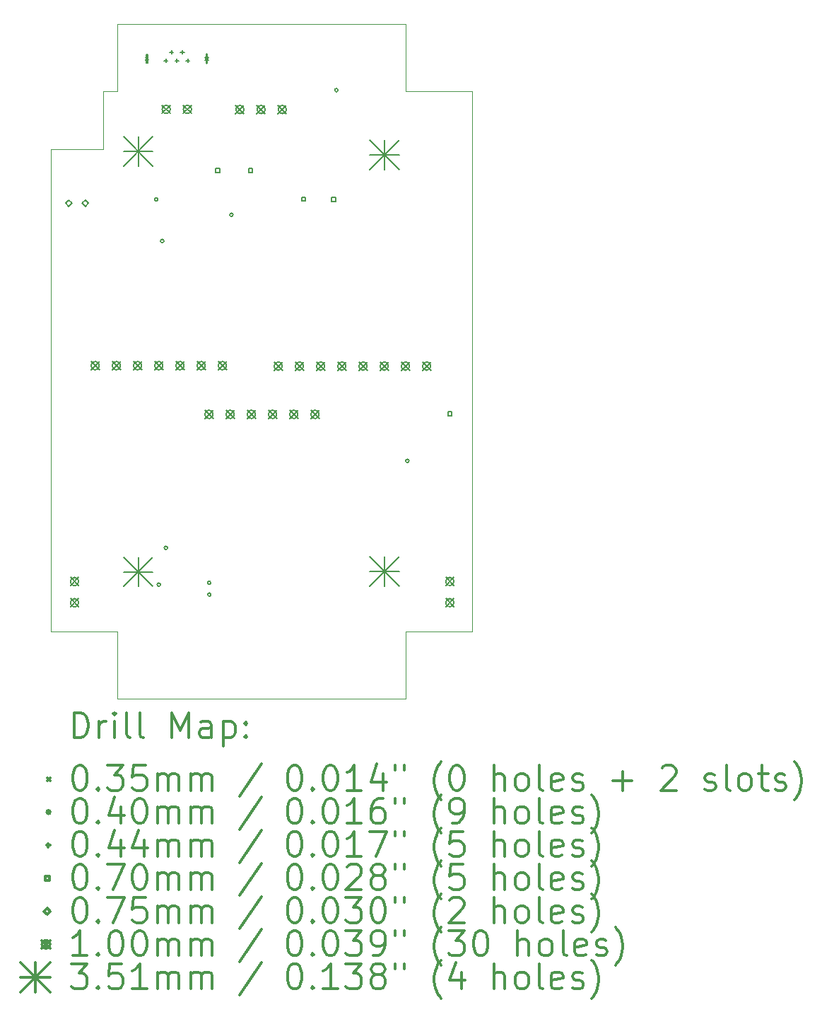
<source format=gbr>
%FSLAX45Y45*%
G04 Gerber Fmt 4.5, Leading zero omitted, Abs format (unit mm)*
G04 Created by KiCad (PCBNEW (5.1.9)-1) date 2021-05-12 18:31:02*
%MOMM*%
%LPD*%
G01*
G04 APERTURE LIST*
%TA.AperFunction,Profile*%
%ADD10C,0.100000*%
%TD*%
%ADD11C,0.200000*%
%ADD12C,0.300000*%
G04 APERTURE END LIST*
D10*
X12993000Y-5897000D02*
X12993000Y-6589000D01*
X12362000Y-6589000D02*
X12993000Y-6589000D01*
X12364000Y-12366000D02*
X12362000Y-6589000D01*
X13165000Y-12369000D02*
X12364000Y-12366000D01*
X13162000Y-13166000D02*
X13165000Y-12369000D01*
X16614000Y-13166000D02*
X13162000Y-13166000D01*
X16613000Y-12366000D02*
X16614000Y-13166000D01*
X17414000Y-12366000D02*
X16613000Y-12366000D01*
X17415000Y-5894000D02*
X17414000Y-12366000D01*
X16617000Y-5897000D02*
X17415000Y-5894000D01*
X16615000Y-5096000D02*
X16617000Y-5897000D01*
X13163000Y-5096000D02*
X16615000Y-5096000D01*
X13165000Y-5897000D02*
X13163000Y-5096000D01*
X12993000Y-5897000D02*
X13165000Y-5897000D01*
D11*
X13500000Y-5490500D02*
X13535000Y-5525500D01*
X13535000Y-5490500D02*
X13500000Y-5525500D01*
X13525000Y-5558000D02*
X13525000Y-5458000D01*
X13510000Y-5558000D02*
X13510000Y-5458000D01*
X13525000Y-5458000D02*
G75*
G03*
X13510000Y-5458000I-7500J0D01*
G01*
X13510000Y-5558000D02*
G75*
G03*
X13525000Y-5558000I7500J0D01*
G01*
X14215000Y-5490500D02*
X14250000Y-5525500D01*
X14250000Y-5490500D02*
X14215000Y-5525500D01*
X14240000Y-5558000D02*
X14240000Y-5458000D01*
X14225000Y-5558000D02*
X14225000Y-5458000D01*
X14240000Y-5458000D02*
G75*
G03*
X14225000Y-5458000I-7500J0D01*
G01*
X14225000Y-5558000D02*
G75*
G03*
X14240000Y-5558000I7500J0D01*
G01*
X13647100Y-7190740D02*
G75*
G03*
X13647100Y-7190740I-20000J0D01*
G01*
X13679000Y-11803000D02*
G75*
G03*
X13679000Y-11803000I-20000J0D01*
G01*
X13719455Y-7689885D02*
G75*
G03*
X13719455Y-7689885I-20000J0D01*
G01*
X13763000Y-11363000D02*
G75*
G03*
X13763000Y-11363000I-20000J0D01*
G01*
X14281132Y-11782948D02*
G75*
G03*
X14281132Y-11782948I-20000J0D01*
G01*
X14283750Y-11921750D02*
G75*
G03*
X14283750Y-11921750I-20000J0D01*
G01*
X14548800Y-7374890D02*
G75*
G03*
X14548800Y-7374890I-20000J0D01*
G01*
X15806100Y-5882640D02*
G75*
G03*
X15806100Y-5882640I-20000J0D01*
G01*
X16656000Y-10322000D02*
G75*
G03*
X16656000Y-10322000I-20000J0D01*
G01*
X13745000Y-5508000D02*
X13745000Y-5552000D01*
X13723000Y-5530000D02*
X13767000Y-5530000D01*
X13810000Y-5408000D02*
X13810000Y-5452000D01*
X13788000Y-5430000D02*
X13832000Y-5430000D01*
X13875000Y-5508000D02*
X13875000Y-5552000D01*
X13853000Y-5530000D02*
X13897000Y-5530000D01*
X13940000Y-5408000D02*
X13940000Y-5452000D01*
X13918000Y-5430000D02*
X13962000Y-5430000D01*
X14005000Y-5508000D02*
X14005000Y-5552000D01*
X13983000Y-5530000D02*
X14027000Y-5530000D01*
X14388449Y-6872589D02*
X14388449Y-6823091D01*
X14338951Y-6823091D01*
X14338951Y-6872589D01*
X14388449Y-6872589D01*
X14782149Y-6872589D02*
X14782149Y-6823091D01*
X14732651Y-6823091D01*
X14732651Y-6872589D01*
X14782149Y-6872589D01*
X15417949Y-7212189D02*
X15417949Y-7162691D01*
X15368451Y-7162691D01*
X15368451Y-7212189D01*
X15417949Y-7212189D01*
X15780949Y-7215189D02*
X15780949Y-7165691D01*
X15731451Y-7165691D01*
X15731451Y-7215189D01*
X15780949Y-7215189D01*
X17170749Y-9779349D02*
X17170749Y-9729851D01*
X17121251Y-9729851D01*
X17121251Y-9779349D01*
X17170749Y-9779349D01*
X12580000Y-7274500D02*
X12617500Y-7237000D01*
X12580000Y-7199500D01*
X12542500Y-7237000D01*
X12580000Y-7274500D01*
X12780000Y-7274500D02*
X12817500Y-7237000D01*
X12780000Y-7199500D01*
X12742500Y-7237000D01*
X12780000Y-7274500D01*
X12599000Y-11717000D02*
X12699000Y-11817000D01*
X12699000Y-11717000D02*
X12599000Y-11817000D01*
X12699000Y-11767000D02*
G75*
G03*
X12699000Y-11767000I-50000J0D01*
G01*
X12599000Y-11971000D02*
X12699000Y-12071000D01*
X12699000Y-11971000D02*
X12599000Y-12071000D01*
X12699000Y-12021000D02*
G75*
G03*
X12699000Y-12021000I-50000J0D01*
G01*
X12846850Y-9132100D02*
X12946850Y-9232100D01*
X12946850Y-9132100D02*
X12846850Y-9232100D01*
X12946850Y-9182100D02*
G75*
G03*
X12946850Y-9182100I-50000J0D01*
G01*
X13100850Y-9132100D02*
X13200850Y-9232100D01*
X13200850Y-9132100D02*
X13100850Y-9232100D01*
X13200850Y-9182100D02*
G75*
G03*
X13200850Y-9182100I-50000J0D01*
G01*
X13354850Y-9132100D02*
X13454850Y-9232100D01*
X13454850Y-9132100D02*
X13354850Y-9232100D01*
X13454850Y-9182100D02*
G75*
G03*
X13454850Y-9182100I-50000J0D01*
G01*
X13608850Y-9132100D02*
X13708850Y-9232100D01*
X13708850Y-9132100D02*
X13608850Y-9232100D01*
X13708850Y-9182100D02*
G75*
G03*
X13708850Y-9182100I-50000J0D01*
G01*
X13697000Y-6063000D02*
X13797000Y-6163000D01*
X13797000Y-6063000D02*
X13697000Y-6163000D01*
X13797000Y-6113000D02*
G75*
G03*
X13797000Y-6113000I-50000J0D01*
G01*
X13862850Y-9132100D02*
X13962850Y-9232100D01*
X13962850Y-9132100D02*
X13862850Y-9232100D01*
X13962850Y-9182100D02*
G75*
G03*
X13962850Y-9182100I-50000J0D01*
G01*
X13951000Y-6063000D02*
X14051000Y-6163000D01*
X14051000Y-6063000D02*
X13951000Y-6163000D01*
X14051000Y-6113000D02*
G75*
G03*
X14051000Y-6113000I-50000J0D01*
G01*
X14116850Y-9132100D02*
X14216850Y-9232100D01*
X14216850Y-9132100D02*
X14116850Y-9232100D01*
X14216850Y-9182100D02*
G75*
G03*
X14216850Y-9182100I-50000J0D01*
G01*
X14210000Y-9715000D02*
X14310000Y-9815000D01*
X14310000Y-9715000D02*
X14210000Y-9815000D01*
X14310000Y-9765000D02*
G75*
G03*
X14310000Y-9765000I-50000J0D01*
G01*
X14370850Y-9132100D02*
X14470850Y-9232100D01*
X14470850Y-9132100D02*
X14370850Y-9232100D01*
X14470850Y-9182100D02*
G75*
G03*
X14470850Y-9182100I-50000J0D01*
G01*
X14464000Y-9715000D02*
X14564000Y-9815000D01*
X14564000Y-9715000D02*
X14464000Y-9815000D01*
X14564000Y-9765000D02*
G75*
G03*
X14564000Y-9765000I-50000J0D01*
G01*
X14580000Y-6065000D02*
X14680000Y-6165000D01*
X14680000Y-6065000D02*
X14580000Y-6165000D01*
X14680000Y-6115000D02*
G75*
G03*
X14680000Y-6115000I-50000J0D01*
G01*
X14718000Y-9715000D02*
X14818000Y-9815000D01*
X14818000Y-9715000D02*
X14718000Y-9815000D01*
X14818000Y-9765000D02*
G75*
G03*
X14818000Y-9765000I-50000J0D01*
G01*
X14834000Y-6065000D02*
X14934000Y-6165000D01*
X14934000Y-6065000D02*
X14834000Y-6165000D01*
X14934000Y-6115000D02*
G75*
G03*
X14934000Y-6115000I-50000J0D01*
G01*
X14972000Y-9715000D02*
X15072000Y-9815000D01*
X15072000Y-9715000D02*
X14972000Y-9815000D01*
X15072000Y-9765000D02*
G75*
G03*
X15072000Y-9765000I-50000J0D01*
G01*
X15039000Y-9137000D02*
X15139000Y-9237000D01*
X15139000Y-9137000D02*
X15039000Y-9237000D01*
X15139000Y-9187000D02*
G75*
G03*
X15139000Y-9187000I-50000J0D01*
G01*
X15088000Y-6065000D02*
X15188000Y-6165000D01*
X15188000Y-6065000D02*
X15088000Y-6165000D01*
X15188000Y-6115000D02*
G75*
G03*
X15188000Y-6115000I-50000J0D01*
G01*
X15226000Y-9715000D02*
X15326000Y-9815000D01*
X15326000Y-9715000D02*
X15226000Y-9815000D01*
X15326000Y-9765000D02*
G75*
G03*
X15326000Y-9765000I-50000J0D01*
G01*
X15293000Y-9137000D02*
X15393000Y-9237000D01*
X15393000Y-9137000D02*
X15293000Y-9237000D01*
X15393000Y-9187000D02*
G75*
G03*
X15393000Y-9187000I-50000J0D01*
G01*
X15480000Y-9715000D02*
X15580000Y-9815000D01*
X15580000Y-9715000D02*
X15480000Y-9815000D01*
X15580000Y-9765000D02*
G75*
G03*
X15580000Y-9765000I-50000J0D01*
G01*
X15547000Y-9137000D02*
X15647000Y-9237000D01*
X15647000Y-9137000D02*
X15547000Y-9237000D01*
X15647000Y-9187000D02*
G75*
G03*
X15647000Y-9187000I-50000J0D01*
G01*
X15801000Y-9137000D02*
X15901000Y-9237000D01*
X15901000Y-9137000D02*
X15801000Y-9237000D01*
X15901000Y-9187000D02*
G75*
G03*
X15901000Y-9187000I-50000J0D01*
G01*
X16055000Y-9137000D02*
X16155000Y-9237000D01*
X16155000Y-9137000D02*
X16055000Y-9237000D01*
X16155000Y-9187000D02*
G75*
G03*
X16155000Y-9187000I-50000J0D01*
G01*
X16309000Y-9137000D02*
X16409000Y-9237000D01*
X16409000Y-9137000D02*
X16309000Y-9237000D01*
X16409000Y-9187000D02*
G75*
G03*
X16409000Y-9187000I-50000J0D01*
G01*
X16563000Y-9137000D02*
X16663000Y-9237000D01*
X16663000Y-9137000D02*
X16563000Y-9237000D01*
X16663000Y-9187000D02*
G75*
G03*
X16663000Y-9187000I-50000J0D01*
G01*
X16817000Y-9137000D02*
X16917000Y-9237000D01*
X16917000Y-9137000D02*
X16817000Y-9237000D01*
X16917000Y-9187000D02*
G75*
G03*
X16917000Y-9187000I-50000J0D01*
G01*
X17095000Y-11716550D02*
X17195000Y-11816550D01*
X17195000Y-11716550D02*
X17095000Y-11816550D01*
X17195000Y-11766550D02*
G75*
G03*
X17195000Y-11766550I-50000J0D01*
G01*
X17095000Y-11970550D02*
X17195000Y-12070550D01*
X17195000Y-11970550D02*
X17095000Y-12070550D01*
X17195000Y-12020550D02*
G75*
G03*
X17195000Y-12020550I-50000J0D01*
G01*
X13237500Y-6439500D02*
X13588500Y-6790500D01*
X13588500Y-6439500D02*
X13237500Y-6790500D01*
X13413000Y-6439500D02*
X13413000Y-6790500D01*
X13237500Y-6615000D02*
X13588500Y-6615000D01*
X13237500Y-11475500D02*
X13588500Y-11826500D01*
X13588500Y-11475500D02*
X13237500Y-11826500D01*
X13413000Y-11475500D02*
X13413000Y-11826500D01*
X13237500Y-11651000D02*
X13588500Y-11651000D01*
X16185500Y-11470500D02*
X16536500Y-11821500D01*
X16536500Y-11470500D02*
X16185500Y-11821500D01*
X16361000Y-11470500D02*
X16361000Y-11821500D01*
X16185500Y-11646000D02*
X16536500Y-11646000D01*
X16188500Y-6484300D02*
X16539500Y-6835300D01*
X16539500Y-6484300D02*
X16188500Y-6835300D01*
X16364000Y-6484300D02*
X16364000Y-6835300D01*
X16188500Y-6659800D02*
X16539500Y-6659800D01*
D12*
X12643428Y-13636714D02*
X12643428Y-13336714D01*
X12714857Y-13336714D01*
X12757714Y-13351000D01*
X12786286Y-13379571D01*
X12800571Y-13408143D01*
X12814857Y-13465286D01*
X12814857Y-13508143D01*
X12800571Y-13565286D01*
X12786286Y-13593857D01*
X12757714Y-13622429D01*
X12714857Y-13636714D01*
X12643428Y-13636714D01*
X12943428Y-13636714D02*
X12943428Y-13436714D01*
X12943428Y-13493857D02*
X12957714Y-13465286D01*
X12972000Y-13451000D01*
X13000571Y-13436714D01*
X13029143Y-13436714D01*
X13129143Y-13636714D02*
X13129143Y-13436714D01*
X13129143Y-13336714D02*
X13114857Y-13351000D01*
X13129143Y-13365286D01*
X13143428Y-13351000D01*
X13129143Y-13336714D01*
X13129143Y-13365286D01*
X13314857Y-13636714D02*
X13286286Y-13622429D01*
X13272000Y-13593857D01*
X13272000Y-13336714D01*
X13472000Y-13636714D02*
X13443428Y-13622429D01*
X13429143Y-13593857D01*
X13429143Y-13336714D01*
X13814857Y-13636714D02*
X13814857Y-13336714D01*
X13914857Y-13551000D01*
X14014857Y-13336714D01*
X14014857Y-13636714D01*
X14286286Y-13636714D02*
X14286286Y-13479571D01*
X14272000Y-13451000D01*
X14243428Y-13436714D01*
X14186286Y-13436714D01*
X14157714Y-13451000D01*
X14286286Y-13622429D02*
X14257714Y-13636714D01*
X14186286Y-13636714D01*
X14157714Y-13622429D01*
X14143428Y-13593857D01*
X14143428Y-13565286D01*
X14157714Y-13536714D01*
X14186286Y-13522429D01*
X14257714Y-13522429D01*
X14286286Y-13508143D01*
X14429143Y-13436714D02*
X14429143Y-13736714D01*
X14429143Y-13451000D02*
X14457714Y-13436714D01*
X14514857Y-13436714D01*
X14543428Y-13451000D01*
X14557714Y-13465286D01*
X14572000Y-13493857D01*
X14572000Y-13579571D01*
X14557714Y-13608143D01*
X14543428Y-13622429D01*
X14514857Y-13636714D01*
X14457714Y-13636714D01*
X14429143Y-13622429D01*
X14700571Y-13608143D02*
X14714857Y-13622429D01*
X14700571Y-13636714D01*
X14686286Y-13622429D01*
X14700571Y-13608143D01*
X14700571Y-13636714D01*
X14700571Y-13451000D02*
X14714857Y-13465286D01*
X14700571Y-13479571D01*
X14686286Y-13465286D01*
X14700571Y-13451000D01*
X14700571Y-13479571D01*
X12322000Y-14113500D02*
X12357000Y-14148500D01*
X12357000Y-14113500D02*
X12322000Y-14148500D01*
X12700571Y-13966714D02*
X12729143Y-13966714D01*
X12757714Y-13981000D01*
X12772000Y-13995286D01*
X12786286Y-14023857D01*
X12800571Y-14081000D01*
X12800571Y-14152429D01*
X12786286Y-14209571D01*
X12772000Y-14238143D01*
X12757714Y-14252429D01*
X12729143Y-14266714D01*
X12700571Y-14266714D01*
X12672000Y-14252429D01*
X12657714Y-14238143D01*
X12643428Y-14209571D01*
X12629143Y-14152429D01*
X12629143Y-14081000D01*
X12643428Y-14023857D01*
X12657714Y-13995286D01*
X12672000Y-13981000D01*
X12700571Y-13966714D01*
X12929143Y-14238143D02*
X12943428Y-14252429D01*
X12929143Y-14266714D01*
X12914857Y-14252429D01*
X12929143Y-14238143D01*
X12929143Y-14266714D01*
X13043428Y-13966714D02*
X13229143Y-13966714D01*
X13129143Y-14081000D01*
X13172000Y-14081000D01*
X13200571Y-14095286D01*
X13214857Y-14109571D01*
X13229143Y-14138143D01*
X13229143Y-14209571D01*
X13214857Y-14238143D01*
X13200571Y-14252429D01*
X13172000Y-14266714D01*
X13086286Y-14266714D01*
X13057714Y-14252429D01*
X13043428Y-14238143D01*
X13500571Y-13966714D02*
X13357714Y-13966714D01*
X13343428Y-14109571D01*
X13357714Y-14095286D01*
X13386286Y-14081000D01*
X13457714Y-14081000D01*
X13486286Y-14095286D01*
X13500571Y-14109571D01*
X13514857Y-14138143D01*
X13514857Y-14209571D01*
X13500571Y-14238143D01*
X13486286Y-14252429D01*
X13457714Y-14266714D01*
X13386286Y-14266714D01*
X13357714Y-14252429D01*
X13343428Y-14238143D01*
X13643428Y-14266714D02*
X13643428Y-14066714D01*
X13643428Y-14095286D02*
X13657714Y-14081000D01*
X13686286Y-14066714D01*
X13729143Y-14066714D01*
X13757714Y-14081000D01*
X13772000Y-14109571D01*
X13772000Y-14266714D01*
X13772000Y-14109571D02*
X13786286Y-14081000D01*
X13814857Y-14066714D01*
X13857714Y-14066714D01*
X13886286Y-14081000D01*
X13900571Y-14109571D01*
X13900571Y-14266714D01*
X14043428Y-14266714D02*
X14043428Y-14066714D01*
X14043428Y-14095286D02*
X14057714Y-14081000D01*
X14086286Y-14066714D01*
X14129143Y-14066714D01*
X14157714Y-14081000D01*
X14172000Y-14109571D01*
X14172000Y-14266714D01*
X14172000Y-14109571D02*
X14186286Y-14081000D01*
X14214857Y-14066714D01*
X14257714Y-14066714D01*
X14286286Y-14081000D01*
X14300571Y-14109571D01*
X14300571Y-14266714D01*
X14886286Y-13952429D02*
X14629143Y-14338143D01*
X15272000Y-13966714D02*
X15300571Y-13966714D01*
X15329143Y-13981000D01*
X15343428Y-13995286D01*
X15357714Y-14023857D01*
X15372000Y-14081000D01*
X15372000Y-14152429D01*
X15357714Y-14209571D01*
X15343428Y-14238143D01*
X15329143Y-14252429D01*
X15300571Y-14266714D01*
X15272000Y-14266714D01*
X15243428Y-14252429D01*
X15229143Y-14238143D01*
X15214857Y-14209571D01*
X15200571Y-14152429D01*
X15200571Y-14081000D01*
X15214857Y-14023857D01*
X15229143Y-13995286D01*
X15243428Y-13981000D01*
X15272000Y-13966714D01*
X15500571Y-14238143D02*
X15514857Y-14252429D01*
X15500571Y-14266714D01*
X15486286Y-14252429D01*
X15500571Y-14238143D01*
X15500571Y-14266714D01*
X15700571Y-13966714D02*
X15729143Y-13966714D01*
X15757714Y-13981000D01*
X15772000Y-13995286D01*
X15786286Y-14023857D01*
X15800571Y-14081000D01*
X15800571Y-14152429D01*
X15786286Y-14209571D01*
X15772000Y-14238143D01*
X15757714Y-14252429D01*
X15729143Y-14266714D01*
X15700571Y-14266714D01*
X15672000Y-14252429D01*
X15657714Y-14238143D01*
X15643428Y-14209571D01*
X15629143Y-14152429D01*
X15629143Y-14081000D01*
X15643428Y-14023857D01*
X15657714Y-13995286D01*
X15672000Y-13981000D01*
X15700571Y-13966714D01*
X16086286Y-14266714D02*
X15914857Y-14266714D01*
X16000571Y-14266714D02*
X16000571Y-13966714D01*
X15972000Y-14009571D01*
X15943428Y-14038143D01*
X15914857Y-14052429D01*
X16343428Y-14066714D02*
X16343428Y-14266714D01*
X16272000Y-13952429D02*
X16200571Y-14166714D01*
X16386286Y-14166714D01*
X16486286Y-13966714D02*
X16486286Y-14023857D01*
X16600571Y-13966714D02*
X16600571Y-14023857D01*
X17043428Y-14381000D02*
X17029143Y-14366714D01*
X17000571Y-14323857D01*
X16986286Y-14295286D01*
X16972000Y-14252429D01*
X16957714Y-14181000D01*
X16957714Y-14123857D01*
X16972000Y-14052429D01*
X16986286Y-14009571D01*
X17000571Y-13981000D01*
X17029143Y-13938143D01*
X17043428Y-13923857D01*
X17214857Y-13966714D02*
X17243428Y-13966714D01*
X17272000Y-13981000D01*
X17286286Y-13995286D01*
X17300571Y-14023857D01*
X17314857Y-14081000D01*
X17314857Y-14152429D01*
X17300571Y-14209571D01*
X17286286Y-14238143D01*
X17272000Y-14252429D01*
X17243428Y-14266714D01*
X17214857Y-14266714D01*
X17186286Y-14252429D01*
X17172000Y-14238143D01*
X17157714Y-14209571D01*
X17143428Y-14152429D01*
X17143428Y-14081000D01*
X17157714Y-14023857D01*
X17172000Y-13995286D01*
X17186286Y-13981000D01*
X17214857Y-13966714D01*
X17672000Y-14266714D02*
X17672000Y-13966714D01*
X17800571Y-14266714D02*
X17800571Y-14109571D01*
X17786286Y-14081000D01*
X17757714Y-14066714D01*
X17714857Y-14066714D01*
X17686286Y-14081000D01*
X17672000Y-14095286D01*
X17986286Y-14266714D02*
X17957714Y-14252429D01*
X17943428Y-14238143D01*
X17929143Y-14209571D01*
X17929143Y-14123857D01*
X17943428Y-14095286D01*
X17957714Y-14081000D01*
X17986286Y-14066714D01*
X18029143Y-14066714D01*
X18057714Y-14081000D01*
X18072000Y-14095286D01*
X18086286Y-14123857D01*
X18086286Y-14209571D01*
X18072000Y-14238143D01*
X18057714Y-14252429D01*
X18029143Y-14266714D01*
X17986286Y-14266714D01*
X18257714Y-14266714D02*
X18229143Y-14252429D01*
X18214857Y-14223857D01*
X18214857Y-13966714D01*
X18486286Y-14252429D02*
X18457714Y-14266714D01*
X18400571Y-14266714D01*
X18372000Y-14252429D01*
X18357714Y-14223857D01*
X18357714Y-14109571D01*
X18372000Y-14081000D01*
X18400571Y-14066714D01*
X18457714Y-14066714D01*
X18486286Y-14081000D01*
X18500571Y-14109571D01*
X18500571Y-14138143D01*
X18357714Y-14166714D01*
X18614857Y-14252429D02*
X18643428Y-14266714D01*
X18700571Y-14266714D01*
X18729143Y-14252429D01*
X18743428Y-14223857D01*
X18743428Y-14209571D01*
X18729143Y-14181000D01*
X18700571Y-14166714D01*
X18657714Y-14166714D01*
X18629143Y-14152429D01*
X18614857Y-14123857D01*
X18614857Y-14109571D01*
X18629143Y-14081000D01*
X18657714Y-14066714D01*
X18700571Y-14066714D01*
X18729143Y-14081000D01*
X19100571Y-14152429D02*
X19329143Y-14152429D01*
X19214857Y-14266714D02*
X19214857Y-14038143D01*
X19686286Y-13995286D02*
X19700571Y-13981000D01*
X19729143Y-13966714D01*
X19800571Y-13966714D01*
X19829143Y-13981000D01*
X19843428Y-13995286D01*
X19857714Y-14023857D01*
X19857714Y-14052429D01*
X19843428Y-14095286D01*
X19672000Y-14266714D01*
X19857714Y-14266714D01*
X20200571Y-14252429D02*
X20229143Y-14266714D01*
X20286286Y-14266714D01*
X20314857Y-14252429D01*
X20329143Y-14223857D01*
X20329143Y-14209571D01*
X20314857Y-14181000D01*
X20286286Y-14166714D01*
X20243428Y-14166714D01*
X20214857Y-14152429D01*
X20200571Y-14123857D01*
X20200571Y-14109571D01*
X20214857Y-14081000D01*
X20243428Y-14066714D01*
X20286286Y-14066714D01*
X20314857Y-14081000D01*
X20500571Y-14266714D02*
X20472000Y-14252429D01*
X20457714Y-14223857D01*
X20457714Y-13966714D01*
X20657714Y-14266714D02*
X20629143Y-14252429D01*
X20614857Y-14238143D01*
X20600571Y-14209571D01*
X20600571Y-14123857D01*
X20614857Y-14095286D01*
X20629143Y-14081000D01*
X20657714Y-14066714D01*
X20700571Y-14066714D01*
X20729143Y-14081000D01*
X20743428Y-14095286D01*
X20757714Y-14123857D01*
X20757714Y-14209571D01*
X20743428Y-14238143D01*
X20729143Y-14252429D01*
X20700571Y-14266714D01*
X20657714Y-14266714D01*
X20843428Y-14066714D02*
X20957714Y-14066714D01*
X20886286Y-13966714D02*
X20886286Y-14223857D01*
X20900571Y-14252429D01*
X20929143Y-14266714D01*
X20957714Y-14266714D01*
X21043428Y-14252429D02*
X21072000Y-14266714D01*
X21129143Y-14266714D01*
X21157714Y-14252429D01*
X21172000Y-14223857D01*
X21172000Y-14209571D01*
X21157714Y-14181000D01*
X21129143Y-14166714D01*
X21086286Y-14166714D01*
X21057714Y-14152429D01*
X21043428Y-14123857D01*
X21043428Y-14109571D01*
X21057714Y-14081000D01*
X21086286Y-14066714D01*
X21129143Y-14066714D01*
X21157714Y-14081000D01*
X21272000Y-14381000D02*
X21286286Y-14366714D01*
X21314857Y-14323857D01*
X21329143Y-14295286D01*
X21343428Y-14252429D01*
X21357714Y-14181000D01*
X21357714Y-14123857D01*
X21343428Y-14052429D01*
X21329143Y-14009571D01*
X21314857Y-13981000D01*
X21286286Y-13938143D01*
X21272000Y-13923857D01*
X12357000Y-14527000D02*
G75*
G03*
X12357000Y-14527000I-20000J0D01*
G01*
X12700571Y-14362714D02*
X12729143Y-14362714D01*
X12757714Y-14377000D01*
X12772000Y-14391286D01*
X12786286Y-14419857D01*
X12800571Y-14477000D01*
X12800571Y-14548429D01*
X12786286Y-14605571D01*
X12772000Y-14634143D01*
X12757714Y-14648429D01*
X12729143Y-14662714D01*
X12700571Y-14662714D01*
X12672000Y-14648429D01*
X12657714Y-14634143D01*
X12643428Y-14605571D01*
X12629143Y-14548429D01*
X12629143Y-14477000D01*
X12643428Y-14419857D01*
X12657714Y-14391286D01*
X12672000Y-14377000D01*
X12700571Y-14362714D01*
X12929143Y-14634143D02*
X12943428Y-14648429D01*
X12929143Y-14662714D01*
X12914857Y-14648429D01*
X12929143Y-14634143D01*
X12929143Y-14662714D01*
X13200571Y-14462714D02*
X13200571Y-14662714D01*
X13129143Y-14348429D02*
X13057714Y-14562714D01*
X13243428Y-14562714D01*
X13414857Y-14362714D02*
X13443428Y-14362714D01*
X13472000Y-14377000D01*
X13486286Y-14391286D01*
X13500571Y-14419857D01*
X13514857Y-14477000D01*
X13514857Y-14548429D01*
X13500571Y-14605571D01*
X13486286Y-14634143D01*
X13472000Y-14648429D01*
X13443428Y-14662714D01*
X13414857Y-14662714D01*
X13386286Y-14648429D01*
X13372000Y-14634143D01*
X13357714Y-14605571D01*
X13343428Y-14548429D01*
X13343428Y-14477000D01*
X13357714Y-14419857D01*
X13372000Y-14391286D01*
X13386286Y-14377000D01*
X13414857Y-14362714D01*
X13643428Y-14662714D02*
X13643428Y-14462714D01*
X13643428Y-14491286D02*
X13657714Y-14477000D01*
X13686286Y-14462714D01*
X13729143Y-14462714D01*
X13757714Y-14477000D01*
X13772000Y-14505571D01*
X13772000Y-14662714D01*
X13772000Y-14505571D02*
X13786286Y-14477000D01*
X13814857Y-14462714D01*
X13857714Y-14462714D01*
X13886286Y-14477000D01*
X13900571Y-14505571D01*
X13900571Y-14662714D01*
X14043428Y-14662714D02*
X14043428Y-14462714D01*
X14043428Y-14491286D02*
X14057714Y-14477000D01*
X14086286Y-14462714D01*
X14129143Y-14462714D01*
X14157714Y-14477000D01*
X14172000Y-14505571D01*
X14172000Y-14662714D01*
X14172000Y-14505571D02*
X14186286Y-14477000D01*
X14214857Y-14462714D01*
X14257714Y-14462714D01*
X14286286Y-14477000D01*
X14300571Y-14505571D01*
X14300571Y-14662714D01*
X14886286Y-14348429D02*
X14629143Y-14734143D01*
X15272000Y-14362714D02*
X15300571Y-14362714D01*
X15329143Y-14377000D01*
X15343428Y-14391286D01*
X15357714Y-14419857D01*
X15372000Y-14477000D01*
X15372000Y-14548429D01*
X15357714Y-14605571D01*
X15343428Y-14634143D01*
X15329143Y-14648429D01*
X15300571Y-14662714D01*
X15272000Y-14662714D01*
X15243428Y-14648429D01*
X15229143Y-14634143D01*
X15214857Y-14605571D01*
X15200571Y-14548429D01*
X15200571Y-14477000D01*
X15214857Y-14419857D01*
X15229143Y-14391286D01*
X15243428Y-14377000D01*
X15272000Y-14362714D01*
X15500571Y-14634143D02*
X15514857Y-14648429D01*
X15500571Y-14662714D01*
X15486286Y-14648429D01*
X15500571Y-14634143D01*
X15500571Y-14662714D01*
X15700571Y-14362714D02*
X15729143Y-14362714D01*
X15757714Y-14377000D01*
X15772000Y-14391286D01*
X15786286Y-14419857D01*
X15800571Y-14477000D01*
X15800571Y-14548429D01*
X15786286Y-14605571D01*
X15772000Y-14634143D01*
X15757714Y-14648429D01*
X15729143Y-14662714D01*
X15700571Y-14662714D01*
X15672000Y-14648429D01*
X15657714Y-14634143D01*
X15643428Y-14605571D01*
X15629143Y-14548429D01*
X15629143Y-14477000D01*
X15643428Y-14419857D01*
X15657714Y-14391286D01*
X15672000Y-14377000D01*
X15700571Y-14362714D01*
X16086286Y-14662714D02*
X15914857Y-14662714D01*
X16000571Y-14662714D02*
X16000571Y-14362714D01*
X15972000Y-14405571D01*
X15943428Y-14434143D01*
X15914857Y-14448429D01*
X16343428Y-14362714D02*
X16286286Y-14362714D01*
X16257714Y-14377000D01*
X16243428Y-14391286D01*
X16214857Y-14434143D01*
X16200571Y-14491286D01*
X16200571Y-14605571D01*
X16214857Y-14634143D01*
X16229143Y-14648429D01*
X16257714Y-14662714D01*
X16314857Y-14662714D01*
X16343428Y-14648429D01*
X16357714Y-14634143D01*
X16372000Y-14605571D01*
X16372000Y-14534143D01*
X16357714Y-14505571D01*
X16343428Y-14491286D01*
X16314857Y-14477000D01*
X16257714Y-14477000D01*
X16229143Y-14491286D01*
X16214857Y-14505571D01*
X16200571Y-14534143D01*
X16486286Y-14362714D02*
X16486286Y-14419857D01*
X16600571Y-14362714D02*
X16600571Y-14419857D01*
X17043428Y-14777000D02*
X17029143Y-14762714D01*
X17000571Y-14719857D01*
X16986286Y-14691286D01*
X16972000Y-14648429D01*
X16957714Y-14577000D01*
X16957714Y-14519857D01*
X16972000Y-14448429D01*
X16986286Y-14405571D01*
X17000571Y-14377000D01*
X17029143Y-14334143D01*
X17043428Y-14319857D01*
X17172000Y-14662714D02*
X17229143Y-14662714D01*
X17257714Y-14648429D01*
X17272000Y-14634143D01*
X17300571Y-14591286D01*
X17314857Y-14534143D01*
X17314857Y-14419857D01*
X17300571Y-14391286D01*
X17286286Y-14377000D01*
X17257714Y-14362714D01*
X17200571Y-14362714D01*
X17172000Y-14377000D01*
X17157714Y-14391286D01*
X17143428Y-14419857D01*
X17143428Y-14491286D01*
X17157714Y-14519857D01*
X17172000Y-14534143D01*
X17200571Y-14548429D01*
X17257714Y-14548429D01*
X17286286Y-14534143D01*
X17300571Y-14519857D01*
X17314857Y-14491286D01*
X17672000Y-14662714D02*
X17672000Y-14362714D01*
X17800571Y-14662714D02*
X17800571Y-14505571D01*
X17786286Y-14477000D01*
X17757714Y-14462714D01*
X17714857Y-14462714D01*
X17686286Y-14477000D01*
X17672000Y-14491286D01*
X17986286Y-14662714D02*
X17957714Y-14648429D01*
X17943428Y-14634143D01*
X17929143Y-14605571D01*
X17929143Y-14519857D01*
X17943428Y-14491286D01*
X17957714Y-14477000D01*
X17986286Y-14462714D01*
X18029143Y-14462714D01*
X18057714Y-14477000D01*
X18072000Y-14491286D01*
X18086286Y-14519857D01*
X18086286Y-14605571D01*
X18072000Y-14634143D01*
X18057714Y-14648429D01*
X18029143Y-14662714D01*
X17986286Y-14662714D01*
X18257714Y-14662714D02*
X18229143Y-14648429D01*
X18214857Y-14619857D01*
X18214857Y-14362714D01*
X18486286Y-14648429D02*
X18457714Y-14662714D01*
X18400571Y-14662714D01*
X18372000Y-14648429D01*
X18357714Y-14619857D01*
X18357714Y-14505571D01*
X18372000Y-14477000D01*
X18400571Y-14462714D01*
X18457714Y-14462714D01*
X18486286Y-14477000D01*
X18500571Y-14505571D01*
X18500571Y-14534143D01*
X18357714Y-14562714D01*
X18614857Y-14648429D02*
X18643428Y-14662714D01*
X18700571Y-14662714D01*
X18729143Y-14648429D01*
X18743428Y-14619857D01*
X18743428Y-14605571D01*
X18729143Y-14577000D01*
X18700571Y-14562714D01*
X18657714Y-14562714D01*
X18629143Y-14548429D01*
X18614857Y-14519857D01*
X18614857Y-14505571D01*
X18629143Y-14477000D01*
X18657714Y-14462714D01*
X18700571Y-14462714D01*
X18729143Y-14477000D01*
X18843428Y-14777000D02*
X18857714Y-14762714D01*
X18886286Y-14719857D01*
X18900571Y-14691286D01*
X18914857Y-14648429D01*
X18929143Y-14577000D01*
X18929143Y-14519857D01*
X18914857Y-14448429D01*
X18900571Y-14405571D01*
X18886286Y-14377000D01*
X18857714Y-14334143D01*
X18843428Y-14319857D01*
X12335000Y-14901000D02*
X12335000Y-14945000D01*
X12313000Y-14923000D02*
X12357000Y-14923000D01*
X12700571Y-14758714D02*
X12729143Y-14758714D01*
X12757714Y-14773000D01*
X12772000Y-14787286D01*
X12786286Y-14815857D01*
X12800571Y-14873000D01*
X12800571Y-14944429D01*
X12786286Y-15001571D01*
X12772000Y-15030143D01*
X12757714Y-15044429D01*
X12729143Y-15058714D01*
X12700571Y-15058714D01*
X12672000Y-15044429D01*
X12657714Y-15030143D01*
X12643428Y-15001571D01*
X12629143Y-14944429D01*
X12629143Y-14873000D01*
X12643428Y-14815857D01*
X12657714Y-14787286D01*
X12672000Y-14773000D01*
X12700571Y-14758714D01*
X12929143Y-15030143D02*
X12943428Y-15044429D01*
X12929143Y-15058714D01*
X12914857Y-15044429D01*
X12929143Y-15030143D01*
X12929143Y-15058714D01*
X13200571Y-14858714D02*
X13200571Y-15058714D01*
X13129143Y-14744429D02*
X13057714Y-14958714D01*
X13243428Y-14958714D01*
X13486286Y-14858714D02*
X13486286Y-15058714D01*
X13414857Y-14744429D02*
X13343428Y-14958714D01*
X13529143Y-14958714D01*
X13643428Y-15058714D02*
X13643428Y-14858714D01*
X13643428Y-14887286D02*
X13657714Y-14873000D01*
X13686286Y-14858714D01*
X13729143Y-14858714D01*
X13757714Y-14873000D01*
X13772000Y-14901571D01*
X13772000Y-15058714D01*
X13772000Y-14901571D02*
X13786286Y-14873000D01*
X13814857Y-14858714D01*
X13857714Y-14858714D01*
X13886286Y-14873000D01*
X13900571Y-14901571D01*
X13900571Y-15058714D01*
X14043428Y-15058714D02*
X14043428Y-14858714D01*
X14043428Y-14887286D02*
X14057714Y-14873000D01*
X14086286Y-14858714D01*
X14129143Y-14858714D01*
X14157714Y-14873000D01*
X14172000Y-14901571D01*
X14172000Y-15058714D01*
X14172000Y-14901571D02*
X14186286Y-14873000D01*
X14214857Y-14858714D01*
X14257714Y-14858714D01*
X14286286Y-14873000D01*
X14300571Y-14901571D01*
X14300571Y-15058714D01*
X14886286Y-14744429D02*
X14629143Y-15130143D01*
X15272000Y-14758714D02*
X15300571Y-14758714D01*
X15329143Y-14773000D01*
X15343428Y-14787286D01*
X15357714Y-14815857D01*
X15372000Y-14873000D01*
X15372000Y-14944429D01*
X15357714Y-15001571D01*
X15343428Y-15030143D01*
X15329143Y-15044429D01*
X15300571Y-15058714D01*
X15272000Y-15058714D01*
X15243428Y-15044429D01*
X15229143Y-15030143D01*
X15214857Y-15001571D01*
X15200571Y-14944429D01*
X15200571Y-14873000D01*
X15214857Y-14815857D01*
X15229143Y-14787286D01*
X15243428Y-14773000D01*
X15272000Y-14758714D01*
X15500571Y-15030143D02*
X15514857Y-15044429D01*
X15500571Y-15058714D01*
X15486286Y-15044429D01*
X15500571Y-15030143D01*
X15500571Y-15058714D01*
X15700571Y-14758714D02*
X15729143Y-14758714D01*
X15757714Y-14773000D01*
X15772000Y-14787286D01*
X15786286Y-14815857D01*
X15800571Y-14873000D01*
X15800571Y-14944429D01*
X15786286Y-15001571D01*
X15772000Y-15030143D01*
X15757714Y-15044429D01*
X15729143Y-15058714D01*
X15700571Y-15058714D01*
X15672000Y-15044429D01*
X15657714Y-15030143D01*
X15643428Y-15001571D01*
X15629143Y-14944429D01*
X15629143Y-14873000D01*
X15643428Y-14815857D01*
X15657714Y-14787286D01*
X15672000Y-14773000D01*
X15700571Y-14758714D01*
X16086286Y-15058714D02*
X15914857Y-15058714D01*
X16000571Y-15058714D02*
X16000571Y-14758714D01*
X15972000Y-14801571D01*
X15943428Y-14830143D01*
X15914857Y-14844429D01*
X16186286Y-14758714D02*
X16386286Y-14758714D01*
X16257714Y-15058714D01*
X16486286Y-14758714D02*
X16486286Y-14815857D01*
X16600571Y-14758714D02*
X16600571Y-14815857D01*
X17043428Y-15173000D02*
X17029143Y-15158714D01*
X17000571Y-15115857D01*
X16986286Y-15087286D01*
X16972000Y-15044429D01*
X16957714Y-14973000D01*
X16957714Y-14915857D01*
X16972000Y-14844429D01*
X16986286Y-14801571D01*
X17000571Y-14773000D01*
X17029143Y-14730143D01*
X17043428Y-14715857D01*
X17300571Y-14758714D02*
X17157714Y-14758714D01*
X17143428Y-14901571D01*
X17157714Y-14887286D01*
X17186286Y-14873000D01*
X17257714Y-14873000D01*
X17286286Y-14887286D01*
X17300571Y-14901571D01*
X17314857Y-14930143D01*
X17314857Y-15001571D01*
X17300571Y-15030143D01*
X17286286Y-15044429D01*
X17257714Y-15058714D01*
X17186286Y-15058714D01*
X17157714Y-15044429D01*
X17143428Y-15030143D01*
X17672000Y-15058714D02*
X17672000Y-14758714D01*
X17800571Y-15058714D02*
X17800571Y-14901571D01*
X17786286Y-14873000D01*
X17757714Y-14858714D01*
X17714857Y-14858714D01*
X17686286Y-14873000D01*
X17672000Y-14887286D01*
X17986286Y-15058714D02*
X17957714Y-15044429D01*
X17943428Y-15030143D01*
X17929143Y-15001571D01*
X17929143Y-14915857D01*
X17943428Y-14887286D01*
X17957714Y-14873000D01*
X17986286Y-14858714D01*
X18029143Y-14858714D01*
X18057714Y-14873000D01*
X18072000Y-14887286D01*
X18086286Y-14915857D01*
X18086286Y-15001571D01*
X18072000Y-15030143D01*
X18057714Y-15044429D01*
X18029143Y-15058714D01*
X17986286Y-15058714D01*
X18257714Y-15058714D02*
X18229143Y-15044429D01*
X18214857Y-15015857D01*
X18214857Y-14758714D01*
X18486286Y-15044429D02*
X18457714Y-15058714D01*
X18400571Y-15058714D01*
X18372000Y-15044429D01*
X18357714Y-15015857D01*
X18357714Y-14901571D01*
X18372000Y-14873000D01*
X18400571Y-14858714D01*
X18457714Y-14858714D01*
X18486286Y-14873000D01*
X18500571Y-14901571D01*
X18500571Y-14930143D01*
X18357714Y-14958714D01*
X18614857Y-15044429D02*
X18643428Y-15058714D01*
X18700571Y-15058714D01*
X18729143Y-15044429D01*
X18743428Y-15015857D01*
X18743428Y-15001571D01*
X18729143Y-14973000D01*
X18700571Y-14958714D01*
X18657714Y-14958714D01*
X18629143Y-14944429D01*
X18614857Y-14915857D01*
X18614857Y-14901571D01*
X18629143Y-14873000D01*
X18657714Y-14858714D01*
X18700571Y-14858714D01*
X18729143Y-14873000D01*
X18843428Y-15173000D02*
X18857714Y-15158714D01*
X18886286Y-15115857D01*
X18900571Y-15087286D01*
X18914857Y-15044429D01*
X18929143Y-14973000D01*
X18929143Y-14915857D01*
X18914857Y-14844429D01*
X18900571Y-14801571D01*
X18886286Y-14773000D01*
X18857714Y-14730143D01*
X18843428Y-14715857D01*
X12346749Y-15343749D02*
X12346749Y-15294251D01*
X12297251Y-15294251D01*
X12297251Y-15343749D01*
X12346749Y-15343749D01*
X12700571Y-15154714D02*
X12729143Y-15154714D01*
X12757714Y-15169000D01*
X12772000Y-15183286D01*
X12786286Y-15211857D01*
X12800571Y-15269000D01*
X12800571Y-15340429D01*
X12786286Y-15397571D01*
X12772000Y-15426143D01*
X12757714Y-15440429D01*
X12729143Y-15454714D01*
X12700571Y-15454714D01*
X12672000Y-15440429D01*
X12657714Y-15426143D01*
X12643428Y-15397571D01*
X12629143Y-15340429D01*
X12629143Y-15269000D01*
X12643428Y-15211857D01*
X12657714Y-15183286D01*
X12672000Y-15169000D01*
X12700571Y-15154714D01*
X12929143Y-15426143D02*
X12943428Y-15440429D01*
X12929143Y-15454714D01*
X12914857Y-15440429D01*
X12929143Y-15426143D01*
X12929143Y-15454714D01*
X13043428Y-15154714D02*
X13243428Y-15154714D01*
X13114857Y-15454714D01*
X13414857Y-15154714D02*
X13443428Y-15154714D01*
X13472000Y-15169000D01*
X13486286Y-15183286D01*
X13500571Y-15211857D01*
X13514857Y-15269000D01*
X13514857Y-15340429D01*
X13500571Y-15397571D01*
X13486286Y-15426143D01*
X13472000Y-15440429D01*
X13443428Y-15454714D01*
X13414857Y-15454714D01*
X13386286Y-15440429D01*
X13372000Y-15426143D01*
X13357714Y-15397571D01*
X13343428Y-15340429D01*
X13343428Y-15269000D01*
X13357714Y-15211857D01*
X13372000Y-15183286D01*
X13386286Y-15169000D01*
X13414857Y-15154714D01*
X13643428Y-15454714D02*
X13643428Y-15254714D01*
X13643428Y-15283286D02*
X13657714Y-15269000D01*
X13686286Y-15254714D01*
X13729143Y-15254714D01*
X13757714Y-15269000D01*
X13772000Y-15297571D01*
X13772000Y-15454714D01*
X13772000Y-15297571D02*
X13786286Y-15269000D01*
X13814857Y-15254714D01*
X13857714Y-15254714D01*
X13886286Y-15269000D01*
X13900571Y-15297571D01*
X13900571Y-15454714D01*
X14043428Y-15454714D02*
X14043428Y-15254714D01*
X14043428Y-15283286D02*
X14057714Y-15269000D01*
X14086286Y-15254714D01*
X14129143Y-15254714D01*
X14157714Y-15269000D01*
X14172000Y-15297571D01*
X14172000Y-15454714D01*
X14172000Y-15297571D02*
X14186286Y-15269000D01*
X14214857Y-15254714D01*
X14257714Y-15254714D01*
X14286286Y-15269000D01*
X14300571Y-15297571D01*
X14300571Y-15454714D01*
X14886286Y-15140429D02*
X14629143Y-15526143D01*
X15272000Y-15154714D02*
X15300571Y-15154714D01*
X15329143Y-15169000D01*
X15343428Y-15183286D01*
X15357714Y-15211857D01*
X15372000Y-15269000D01*
X15372000Y-15340429D01*
X15357714Y-15397571D01*
X15343428Y-15426143D01*
X15329143Y-15440429D01*
X15300571Y-15454714D01*
X15272000Y-15454714D01*
X15243428Y-15440429D01*
X15229143Y-15426143D01*
X15214857Y-15397571D01*
X15200571Y-15340429D01*
X15200571Y-15269000D01*
X15214857Y-15211857D01*
X15229143Y-15183286D01*
X15243428Y-15169000D01*
X15272000Y-15154714D01*
X15500571Y-15426143D02*
X15514857Y-15440429D01*
X15500571Y-15454714D01*
X15486286Y-15440429D01*
X15500571Y-15426143D01*
X15500571Y-15454714D01*
X15700571Y-15154714D02*
X15729143Y-15154714D01*
X15757714Y-15169000D01*
X15772000Y-15183286D01*
X15786286Y-15211857D01*
X15800571Y-15269000D01*
X15800571Y-15340429D01*
X15786286Y-15397571D01*
X15772000Y-15426143D01*
X15757714Y-15440429D01*
X15729143Y-15454714D01*
X15700571Y-15454714D01*
X15672000Y-15440429D01*
X15657714Y-15426143D01*
X15643428Y-15397571D01*
X15629143Y-15340429D01*
X15629143Y-15269000D01*
X15643428Y-15211857D01*
X15657714Y-15183286D01*
X15672000Y-15169000D01*
X15700571Y-15154714D01*
X15914857Y-15183286D02*
X15929143Y-15169000D01*
X15957714Y-15154714D01*
X16029143Y-15154714D01*
X16057714Y-15169000D01*
X16072000Y-15183286D01*
X16086286Y-15211857D01*
X16086286Y-15240429D01*
X16072000Y-15283286D01*
X15900571Y-15454714D01*
X16086286Y-15454714D01*
X16257714Y-15283286D02*
X16229143Y-15269000D01*
X16214857Y-15254714D01*
X16200571Y-15226143D01*
X16200571Y-15211857D01*
X16214857Y-15183286D01*
X16229143Y-15169000D01*
X16257714Y-15154714D01*
X16314857Y-15154714D01*
X16343428Y-15169000D01*
X16357714Y-15183286D01*
X16372000Y-15211857D01*
X16372000Y-15226143D01*
X16357714Y-15254714D01*
X16343428Y-15269000D01*
X16314857Y-15283286D01*
X16257714Y-15283286D01*
X16229143Y-15297571D01*
X16214857Y-15311857D01*
X16200571Y-15340429D01*
X16200571Y-15397571D01*
X16214857Y-15426143D01*
X16229143Y-15440429D01*
X16257714Y-15454714D01*
X16314857Y-15454714D01*
X16343428Y-15440429D01*
X16357714Y-15426143D01*
X16372000Y-15397571D01*
X16372000Y-15340429D01*
X16357714Y-15311857D01*
X16343428Y-15297571D01*
X16314857Y-15283286D01*
X16486286Y-15154714D02*
X16486286Y-15211857D01*
X16600571Y-15154714D02*
X16600571Y-15211857D01*
X17043428Y-15569000D02*
X17029143Y-15554714D01*
X17000571Y-15511857D01*
X16986286Y-15483286D01*
X16972000Y-15440429D01*
X16957714Y-15369000D01*
X16957714Y-15311857D01*
X16972000Y-15240429D01*
X16986286Y-15197571D01*
X17000571Y-15169000D01*
X17029143Y-15126143D01*
X17043428Y-15111857D01*
X17300571Y-15154714D02*
X17157714Y-15154714D01*
X17143428Y-15297571D01*
X17157714Y-15283286D01*
X17186286Y-15269000D01*
X17257714Y-15269000D01*
X17286286Y-15283286D01*
X17300571Y-15297571D01*
X17314857Y-15326143D01*
X17314857Y-15397571D01*
X17300571Y-15426143D01*
X17286286Y-15440429D01*
X17257714Y-15454714D01*
X17186286Y-15454714D01*
X17157714Y-15440429D01*
X17143428Y-15426143D01*
X17672000Y-15454714D02*
X17672000Y-15154714D01*
X17800571Y-15454714D02*
X17800571Y-15297571D01*
X17786286Y-15269000D01*
X17757714Y-15254714D01*
X17714857Y-15254714D01*
X17686286Y-15269000D01*
X17672000Y-15283286D01*
X17986286Y-15454714D02*
X17957714Y-15440429D01*
X17943428Y-15426143D01*
X17929143Y-15397571D01*
X17929143Y-15311857D01*
X17943428Y-15283286D01*
X17957714Y-15269000D01*
X17986286Y-15254714D01*
X18029143Y-15254714D01*
X18057714Y-15269000D01*
X18072000Y-15283286D01*
X18086286Y-15311857D01*
X18086286Y-15397571D01*
X18072000Y-15426143D01*
X18057714Y-15440429D01*
X18029143Y-15454714D01*
X17986286Y-15454714D01*
X18257714Y-15454714D02*
X18229143Y-15440429D01*
X18214857Y-15411857D01*
X18214857Y-15154714D01*
X18486286Y-15440429D02*
X18457714Y-15454714D01*
X18400571Y-15454714D01*
X18372000Y-15440429D01*
X18357714Y-15411857D01*
X18357714Y-15297571D01*
X18372000Y-15269000D01*
X18400571Y-15254714D01*
X18457714Y-15254714D01*
X18486286Y-15269000D01*
X18500571Y-15297571D01*
X18500571Y-15326143D01*
X18357714Y-15354714D01*
X18614857Y-15440429D02*
X18643428Y-15454714D01*
X18700571Y-15454714D01*
X18729143Y-15440429D01*
X18743428Y-15411857D01*
X18743428Y-15397571D01*
X18729143Y-15369000D01*
X18700571Y-15354714D01*
X18657714Y-15354714D01*
X18629143Y-15340429D01*
X18614857Y-15311857D01*
X18614857Y-15297571D01*
X18629143Y-15269000D01*
X18657714Y-15254714D01*
X18700571Y-15254714D01*
X18729143Y-15269000D01*
X18843428Y-15569000D02*
X18857714Y-15554714D01*
X18886286Y-15511857D01*
X18900571Y-15483286D01*
X18914857Y-15440429D01*
X18929143Y-15369000D01*
X18929143Y-15311857D01*
X18914857Y-15240429D01*
X18900571Y-15197571D01*
X18886286Y-15169000D01*
X18857714Y-15126143D01*
X18843428Y-15111857D01*
X12319500Y-15752500D02*
X12357000Y-15715000D01*
X12319500Y-15677500D01*
X12282000Y-15715000D01*
X12319500Y-15752500D01*
X12700571Y-15550714D02*
X12729143Y-15550714D01*
X12757714Y-15565000D01*
X12772000Y-15579286D01*
X12786286Y-15607857D01*
X12800571Y-15665000D01*
X12800571Y-15736429D01*
X12786286Y-15793571D01*
X12772000Y-15822143D01*
X12757714Y-15836429D01*
X12729143Y-15850714D01*
X12700571Y-15850714D01*
X12672000Y-15836429D01*
X12657714Y-15822143D01*
X12643428Y-15793571D01*
X12629143Y-15736429D01*
X12629143Y-15665000D01*
X12643428Y-15607857D01*
X12657714Y-15579286D01*
X12672000Y-15565000D01*
X12700571Y-15550714D01*
X12929143Y-15822143D02*
X12943428Y-15836429D01*
X12929143Y-15850714D01*
X12914857Y-15836429D01*
X12929143Y-15822143D01*
X12929143Y-15850714D01*
X13043428Y-15550714D02*
X13243428Y-15550714D01*
X13114857Y-15850714D01*
X13500571Y-15550714D02*
X13357714Y-15550714D01*
X13343428Y-15693571D01*
X13357714Y-15679286D01*
X13386286Y-15665000D01*
X13457714Y-15665000D01*
X13486286Y-15679286D01*
X13500571Y-15693571D01*
X13514857Y-15722143D01*
X13514857Y-15793571D01*
X13500571Y-15822143D01*
X13486286Y-15836429D01*
X13457714Y-15850714D01*
X13386286Y-15850714D01*
X13357714Y-15836429D01*
X13343428Y-15822143D01*
X13643428Y-15850714D02*
X13643428Y-15650714D01*
X13643428Y-15679286D02*
X13657714Y-15665000D01*
X13686286Y-15650714D01*
X13729143Y-15650714D01*
X13757714Y-15665000D01*
X13772000Y-15693571D01*
X13772000Y-15850714D01*
X13772000Y-15693571D02*
X13786286Y-15665000D01*
X13814857Y-15650714D01*
X13857714Y-15650714D01*
X13886286Y-15665000D01*
X13900571Y-15693571D01*
X13900571Y-15850714D01*
X14043428Y-15850714D02*
X14043428Y-15650714D01*
X14043428Y-15679286D02*
X14057714Y-15665000D01*
X14086286Y-15650714D01*
X14129143Y-15650714D01*
X14157714Y-15665000D01*
X14172000Y-15693571D01*
X14172000Y-15850714D01*
X14172000Y-15693571D02*
X14186286Y-15665000D01*
X14214857Y-15650714D01*
X14257714Y-15650714D01*
X14286286Y-15665000D01*
X14300571Y-15693571D01*
X14300571Y-15850714D01*
X14886286Y-15536429D02*
X14629143Y-15922143D01*
X15272000Y-15550714D02*
X15300571Y-15550714D01*
X15329143Y-15565000D01*
X15343428Y-15579286D01*
X15357714Y-15607857D01*
X15372000Y-15665000D01*
X15372000Y-15736429D01*
X15357714Y-15793571D01*
X15343428Y-15822143D01*
X15329143Y-15836429D01*
X15300571Y-15850714D01*
X15272000Y-15850714D01*
X15243428Y-15836429D01*
X15229143Y-15822143D01*
X15214857Y-15793571D01*
X15200571Y-15736429D01*
X15200571Y-15665000D01*
X15214857Y-15607857D01*
X15229143Y-15579286D01*
X15243428Y-15565000D01*
X15272000Y-15550714D01*
X15500571Y-15822143D02*
X15514857Y-15836429D01*
X15500571Y-15850714D01*
X15486286Y-15836429D01*
X15500571Y-15822143D01*
X15500571Y-15850714D01*
X15700571Y-15550714D02*
X15729143Y-15550714D01*
X15757714Y-15565000D01*
X15772000Y-15579286D01*
X15786286Y-15607857D01*
X15800571Y-15665000D01*
X15800571Y-15736429D01*
X15786286Y-15793571D01*
X15772000Y-15822143D01*
X15757714Y-15836429D01*
X15729143Y-15850714D01*
X15700571Y-15850714D01*
X15672000Y-15836429D01*
X15657714Y-15822143D01*
X15643428Y-15793571D01*
X15629143Y-15736429D01*
X15629143Y-15665000D01*
X15643428Y-15607857D01*
X15657714Y-15579286D01*
X15672000Y-15565000D01*
X15700571Y-15550714D01*
X15900571Y-15550714D02*
X16086286Y-15550714D01*
X15986286Y-15665000D01*
X16029143Y-15665000D01*
X16057714Y-15679286D01*
X16072000Y-15693571D01*
X16086286Y-15722143D01*
X16086286Y-15793571D01*
X16072000Y-15822143D01*
X16057714Y-15836429D01*
X16029143Y-15850714D01*
X15943428Y-15850714D01*
X15914857Y-15836429D01*
X15900571Y-15822143D01*
X16272000Y-15550714D02*
X16300571Y-15550714D01*
X16329143Y-15565000D01*
X16343428Y-15579286D01*
X16357714Y-15607857D01*
X16372000Y-15665000D01*
X16372000Y-15736429D01*
X16357714Y-15793571D01*
X16343428Y-15822143D01*
X16329143Y-15836429D01*
X16300571Y-15850714D01*
X16272000Y-15850714D01*
X16243428Y-15836429D01*
X16229143Y-15822143D01*
X16214857Y-15793571D01*
X16200571Y-15736429D01*
X16200571Y-15665000D01*
X16214857Y-15607857D01*
X16229143Y-15579286D01*
X16243428Y-15565000D01*
X16272000Y-15550714D01*
X16486286Y-15550714D02*
X16486286Y-15607857D01*
X16600571Y-15550714D02*
X16600571Y-15607857D01*
X17043428Y-15965000D02*
X17029143Y-15950714D01*
X17000571Y-15907857D01*
X16986286Y-15879286D01*
X16972000Y-15836429D01*
X16957714Y-15765000D01*
X16957714Y-15707857D01*
X16972000Y-15636429D01*
X16986286Y-15593571D01*
X17000571Y-15565000D01*
X17029143Y-15522143D01*
X17043428Y-15507857D01*
X17143428Y-15579286D02*
X17157714Y-15565000D01*
X17186286Y-15550714D01*
X17257714Y-15550714D01*
X17286286Y-15565000D01*
X17300571Y-15579286D01*
X17314857Y-15607857D01*
X17314857Y-15636429D01*
X17300571Y-15679286D01*
X17129143Y-15850714D01*
X17314857Y-15850714D01*
X17672000Y-15850714D02*
X17672000Y-15550714D01*
X17800571Y-15850714D02*
X17800571Y-15693571D01*
X17786286Y-15665000D01*
X17757714Y-15650714D01*
X17714857Y-15650714D01*
X17686286Y-15665000D01*
X17672000Y-15679286D01*
X17986286Y-15850714D02*
X17957714Y-15836429D01*
X17943428Y-15822143D01*
X17929143Y-15793571D01*
X17929143Y-15707857D01*
X17943428Y-15679286D01*
X17957714Y-15665000D01*
X17986286Y-15650714D01*
X18029143Y-15650714D01*
X18057714Y-15665000D01*
X18072000Y-15679286D01*
X18086286Y-15707857D01*
X18086286Y-15793571D01*
X18072000Y-15822143D01*
X18057714Y-15836429D01*
X18029143Y-15850714D01*
X17986286Y-15850714D01*
X18257714Y-15850714D02*
X18229143Y-15836429D01*
X18214857Y-15807857D01*
X18214857Y-15550714D01*
X18486286Y-15836429D02*
X18457714Y-15850714D01*
X18400571Y-15850714D01*
X18372000Y-15836429D01*
X18357714Y-15807857D01*
X18357714Y-15693571D01*
X18372000Y-15665000D01*
X18400571Y-15650714D01*
X18457714Y-15650714D01*
X18486286Y-15665000D01*
X18500571Y-15693571D01*
X18500571Y-15722143D01*
X18357714Y-15750714D01*
X18614857Y-15836429D02*
X18643428Y-15850714D01*
X18700571Y-15850714D01*
X18729143Y-15836429D01*
X18743428Y-15807857D01*
X18743428Y-15793571D01*
X18729143Y-15765000D01*
X18700571Y-15750714D01*
X18657714Y-15750714D01*
X18629143Y-15736429D01*
X18614857Y-15707857D01*
X18614857Y-15693571D01*
X18629143Y-15665000D01*
X18657714Y-15650714D01*
X18700571Y-15650714D01*
X18729143Y-15665000D01*
X18843428Y-15965000D02*
X18857714Y-15950714D01*
X18886286Y-15907857D01*
X18900571Y-15879286D01*
X18914857Y-15836429D01*
X18929143Y-15765000D01*
X18929143Y-15707857D01*
X18914857Y-15636429D01*
X18900571Y-15593571D01*
X18886286Y-15565000D01*
X18857714Y-15522143D01*
X18843428Y-15507857D01*
X12257000Y-16061000D02*
X12357000Y-16161000D01*
X12357000Y-16061000D02*
X12257000Y-16161000D01*
X12357000Y-16111000D02*
G75*
G03*
X12357000Y-16111000I-50000J0D01*
G01*
X12800571Y-16246714D02*
X12629143Y-16246714D01*
X12714857Y-16246714D02*
X12714857Y-15946714D01*
X12686286Y-15989571D01*
X12657714Y-16018143D01*
X12629143Y-16032429D01*
X12929143Y-16218143D02*
X12943428Y-16232429D01*
X12929143Y-16246714D01*
X12914857Y-16232429D01*
X12929143Y-16218143D01*
X12929143Y-16246714D01*
X13129143Y-15946714D02*
X13157714Y-15946714D01*
X13186286Y-15961000D01*
X13200571Y-15975286D01*
X13214857Y-16003857D01*
X13229143Y-16061000D01*
X13229143Y-16132429D01*
X13214857Y-16189571D01*
X13200571Y-16218143D01*
X13186286Y-16232429D01*
X13157714Y-16246714D01*
X13129143Y-16246714D01*
X13100571Y-16232429D01*
X13086286Y-16218143D01*
X13072000Y-16189571D01*
X13057714Y-16132429D01*
X13057714Y-16061000D01*
X13072000Y-16003857D01*
X13086286Y-15975286D01*
X13100571Y-15961000D01*
X13129143Y-15946714D01*
X13414857Y-15946714D02*
X13443428Y-15946714D01*
X13472000Y-15961000D01*
X13486286Y-15975286D01*
X13500571Y-16003857D01*
X13514857Y-16061000D01*
X13514857Y-16132429D01*
X13500571Y-16189571D01*
X13486286Y-16218143D01*
X13472000Y-16232429D01*
X13443428Y-16246714D01*
X13414857Y-16246714D01*
X13386286Y-16232429D01*
X13372000Y-16218143D01*
X13357714Y-16189571D01*
X13343428Y-16132429D01*
X13343428Y-16061000D01*
X13357714Y-16003857D01*
X13372000Y-15975286D01*
X13386286Y-15961000D01*
X13414857Y-15946714D01*
X13643428Y-16246714D02*
X13643428Y-16046714D01*
X13643428Y-16075286D02*
X13657714Y-16061000D01*
X13686286Y-16046714D01*
X13729143Y-16046714D01*
X13757714Y-16061000D01*
X13772000Y-16089571D01*
X13772000Y-16246714D01*
X13772000Y-16089571D02*
X13786286Y-16061000D01*
X13814857Y-16046714D01*
X13857714Y-16046714D01*
X13886286Y-16061000D01*
X13900571Y-16089571D01*
X13900571Y-16246714D01*
X14043428Y-16246714D02*
X14043428Y-16046714D01*
X14043428Y-16075286D02*
X14057714Y-16061000D01*
X14086286Y-16046714D01*
X14129143Y-16046714D01*
X14157714Y-16061000D01*
X14172000Y-16089571D01*
X14172000Y-16246714D01*
X14172000Y-16089571D02*
X14186286Y-16061000D01*
X14214857Y-16046714D01*
X14257714Y-16046714D01*
X14286286Y-16061000D01*
X14300571Y-16089571D01*
X14300571Y-16246714D01*
X14886286Y-15932429D02*
X14629143Y-16318143D01*
X15272000Y-15946714D02*
X15300571Y-15946714D01*
X15329143Y-15961000D01*
X15343428Y-15975286D01*
X15357714Y-16003857D01*
X15372000Y-16061000D01*
X15372000Y-16132429D01*
X15357714Y-16189571D01*
X15343428Y-16218143D01*
X15329143Y-16232429D01*
X15300571Y-16246714D01*
X15272000Y-16246714D01*
X15243428Y-16232429D01*
X15229143Y-16218143D01*
X15214857Y-16189571D01*
X15200571Y-16132429D01*
X15200571Y-16061000D01*
X15214857Y-16003857D01*
X15229143Y-15975286D01*
X15243428Y-15961000D01*
X15272000Y-15946714D01*
X15500571Y-16218143D02*
X15514857Y-16232429D01*
X15500571Y-16246714D01*
X15486286Y-16232429D01*
X15500571Y-16218143D01*
X15500571Y-16246714D01*
X15700571Y-15946714D02*
X15729143Y-15946714D01*
X15757714Y-15961000D01*
X15772000Y-15975286D01*
X15786286Y-16003857D01*
X15800571Y-16061000D01*
X15800571Y-16132429D01*
X15786286Y-16189571D01*
X15772000Y-16218143D01*
X15757714Y-16232429D01*
X15729143Y-16246714D01*
X15700571Y-16246714D01*
X15672000Y-16232429D01*
X15657714Y-16218143D01*
X15643428Y-16189571D01*
X15629143Y-16132429D01*
X15629143Y-16061000D01*
X15643428Y-16003857D01*
X15657714Y-15975286D01*
X15672000Y-15961000D01*
X15700571Y-15946714D01*
X15900571Y-15946714D02*
X16086286Y-15946714D01*
X15986286Y-16061000D01*
X16029143Y-16061000D01*
X16057714Y-16075286D01*
X16072000Y-16089571D01*
X16086286Y-16118143D01*
X16086286Y-16189571D01*
X16072000Y-16218143D01*
X16057714Y-16232429D01*
X16029143Y-16246714D01*
X15943428Y-16246714D01*
X15914857Y-16232429D01*
X15900571Y-16218143D01*
X16229143Y-16246714D02*
X16286286Y-16246714D01*
X16314857Y-16232429D01*
X16329143Y-16218143D01*
X16357714Y-16175286D01*
X16372000Y-16118143D01*
X16372000Y-16003857D01*
X16357714Y-15975286D01*
X16343428Y-15961000D01*
X16314857Y-15946714D01*
X16257714Y-15946714D01*
X16229143Y-15961000D01*
X16214857Y-15975286D01*
X16200571Y-16003857D01*
X16200571Y-16075286D01*
X16214857Y-16103857D01*
X16229143Y-16118143D01*
X16257714Y-16132429D01*
X16314857Y-16132429D01*
X16343428Y-16118143D01*
X16357714Y-16103857D01*
X16372000Y-16075286D01*
X16486286Y-15946714D02*
X16486286Y-16003857D01*
X16600571Y-15946714D02*
X16600571Y-16003857D01*
X17043428Y-16361000D02*
X17029143Y-16346714D01*
X17000571Y-16303857D01*
X16986286Y-16275286D01*
X16972000Y-16232429D01*
X16957714Y-16161000D01*
X16957714Y-16103857D01*
X16972000Y-16032429D01*
X16986286Y-15989571D01*
X17000571Y-15961000D01*
X17029143Y-15918143D01*
X17043428Y-15903857D01*
X17129143Y-15946714D02*
X17314857Y-15946714D01*
X17214857Y-16061000D01*
X17257714Y-16061000D01*
X17286286Y-16075286D01*
X17300571Y-16089571D01*
X17314857Y-16118143D01*
X17314857Y-16189571D01*
X17300571Y-16218143D01*
X17286286Y-16232429D01*
X17257714Y-16246714D01*
X17172000Y-16246714D01*
X17143428Y-16232429D01*
X17129143Y-16218143D01*
X17500571Y-15946714D02*
X17529143Y-15946714D01*
X17557714Y-15961000D01*
X17572000Y-15975286D01*
X17586286Y-16003857D01*
X17600571Y-16061000D01*
X17600571Y-16132429D01*
X17586286Y-16189571D01*
X17572000Y-16218143D01*
X17557714Y-16232429D01*
X17529143Y-16246714D01*
X17500571Y-16246714D01*
X17472000Y-16232429D01*
X17457714Y-16218143D01*
X17443428Y-16189571D01*
X17429143Y-16132429D01*
X17429143Y-16061000D01*
X17443428Y-16003857D01*
X17457714Y-15975286D01*
X17472000Y-15961000D01*
X17500571Y-15946714D01*
X17957714Y-16246714D02*
X17957714Y-15946714D01*
X18086286Y-16246714D02*
X18086286Y-16089571D01*
X18072000Y-16061000D01*
X18043428Y-16046714D01*
X18000571Y-16046714D01*
X17972000Y-16061000D01*
X17957714Y-16075286D01*
X18272000Y-16246714D02*
X18243428Y-16232429D01*
X18229143Y-16218143D01*
X18214857Y-16189571D01*
X18214857Y-16103857D01*
X18229143Y-16075286D01*
X18243428Y-16061000D01*
X18272000Y-16046714D01*
X18314857Y-16046714D01*
X18343428Y-16061000D01*
X18357714Y-16075286D01*
X18372000Y-16103857D01*
X18372000Y-16189571D01*
X18357714Y-16218143D01*
X18343428Y-16232429D01*
X18314857Y-16246714D01*
X18272000Y-16246714D01*
X18543428Y-16246714D02*
X18514857Y-16232429D01*
X18500571Y-16203857D01*
X18500571Y-15946714D01*
X18772000Y-16232429D02*
X18743428Y-16246714D01*
X18686286Y-16246714D01*
X18657714Y-16232429D01*
X18643428Y-16203857D01*
X18643428Y-16089571D01*
X18657714Y-16061000D01*
X18686286Y-16046714D01*
X18743428Y-16046714D01*
X18772000Y-16061000D01*
X18786286Y-16089571D01*
X18786286Y-16118143D01*
X18643428Y-16146714D01*
X18900571Y-16232429D02*
X18929143Y-16246714D01*
X18986286Y-16246714D01*
X19014857Y-16232429D01*
X19029143Y-16203857D01*
X19029143Y-16189571D01*
X19014857Y-16161000D01*
X18986286Y-16146714D01*
X18943428Y-16146714D01*
X18914857Y-16132429D01*
X18900571Y-16103857D01*
X18900571Y-16089571D01*
X18914857Y-16061000D01*
X18943428Y-16046714D01*
X18986286Y-16046714D01*
X19014857Y-16061000D01*
X19129143Y-16361000D02*
X19143428Y-16346714D01*
X19172000Y-16303857D01*
X19186286Y-16275286D01*
X19200571Y-16232429D01*
X19214857Y-16161000D01*
X19214857Y-16103857D01*
X19200571Y-16032429D01*
X19186286Y-15989571D01*
X19172000Y-15961000D01*
X19143428Y-15918143D01*
X19129143Y-15903857D01*
X12006000Y-16331500D02*
X12357000Y-16682500D01*
X12357000Y-16331500D02*
X12006000Y-16682500D01*
X12181500Y-16331500D02*
X12181500Y-16682500D01*
X12006000Y-16507000D02*
X12357000Y-16507000D01*
X12614857Y-16342714D02*
X12800571Y-16342714D01*
X12700571Y-16457000D01*
X12743428Y-16457000D01*
X12772000Y-16471286D01*
X12786286Y-16485571D01*
X12800571Y-16514143D01*
X12800571Y-16585571D01*
X12786286Y-16614143D01*
X12772000Y-16628429D01*
X12743428Y-16642714D01*
X12657714Y-16642714D01*
X12629143Y-16628429D01*
X12614857Y-16614143D01*
X12929143Y-16614143D02*
X12943428Y-16628429D01*
X12929143Y-16642714D01*
X12914857Y-16628429D01*
X12929143Y-16614143D01*
X12929143Y-16642714D01*
X13214857Y-16342714D02*
X13072000Y-16342714D01*
X13057714Y-16485571D01*
X13072000Y-16471286D01*
X13100571Y-16457000D01*
X13172000Y-16457000D01*
X13200571Y-16471286D01*
X13214857Y-16485571D01*
X13229143Y-16514143D01*
X13229143Y-16585571D01*
X13214857Y-16614143D01*
X13200571Y-16628429D01*
X13172000Y-16642714D01*
X13100571Y-16642714D01*
X13072000Y-16628429D01*
X13057714Y-16614143D01*
X13514857Y-16642714D02*
X13343428Y-16642714D01*
X13429143Y-16642714D02*
X13429143Y-16342714D01*
X13400571Y-16385571D01*
X13372000Y-16414143D01*
X13343428Y-16428429D01*
X13643428Y-16642714D02*
X13643428Y-16442714D01*
X13643428Y-16471286D02*
X13657714Y-16457000D01*
X13686286Y-16442714D01*
X13729143Y-16442714D01*
X13757714Y-16457000D01*
X13772000Y-16485571D01*
X13772000Y-16642714D01*
X13772000Y-16485571D02*
X13786286Y-16457000D01*
X13814857Y-16442714D01*
X13857714Y-16442714D01*
X13886286Y-16457000D01*
X13900571Y-16485571D01*
X13900571Y-16642714D01*
X14043428Y-16642714D02*
X14043428Y-16442714D01*
X14043428Y-16471286D02*
X14057714Y-16457000D01*
X14086286Y-16442714D01*
X14129143Y-16442714D01*
X14157714Y-16457000D01*
X14172000Y-16485571D01*
X14172000Y-16642714D01*
X14172000Y-16485571D02*
X14186286Y-16457000D01*
X14214857Y-16442714D01*
X14257714Y-16442714D01*
X14286286Y-16457000D01*
X14300571Y-16485571D01*
X14300571Y-16642714D01*
X14886286Y-16328429D02*
X14629143Y-16714143D01*
X15272000Y-16342714D02*
X15300571Y-16342714D01*
X15329143Y-16357000D01*
X15343428Y-16371286D01*
X15357714Y-16399857D01*
X15372000Y-16457000D01*
X15372000Y-16528429D01*
X15357714Y-16585571D01*
X15343428Y-16614143D01*
X15329143Y-16628429D01*
X15300571Y-16642714D01*
X15272000Y-16642714D01*
X15243428Y-16628429D01*
X15229143Y-16614143D01*
X15214857Y-16585571D01*
X15200571Y-16528429D01*
X15200571Y-16457000D01*
X15214857Y-16399857D01*
X15229143Y-16371286D01*
X15243428Y-16357000D01*
X15272000Y-16342714D01*
X15500571Y-16614143D02*
X15514857Y-16628429D01*
X15500571Y-16642714D01*
X15486286Y-16628429D01*
X15500571Y-16614143D01*
X15500571Y-16642714D01*
X15800571Y-16642714D02*
X15629143Y-16642714D01*
X15714857Y-16642714D02*
X15714857Y-16342714D01*
X15686286Y-16385571D01*
X15657714Y-16414143D01*
X15629143Y-16428429D01*
X15900571Y-16342714D02*
X16086286Y-16342714D01*
X15986286Y-16457000D01*
X16029143Y-16457000D01*
X16057714Y-16471286D01*
X16072000Y-16485571D01*
X16086286Y-16514143D01*
X16086286Y-16585571D01*
X16072000Y-16614143D01*
X16057714Y-16628429D01*
X16029143Y-16642714D01*
X15943428Y-16642714D01*
X15914857Y-16628429D01*
X15900571Y-16614143D01*
X16257714Y-16471286D02*
X16229143Y-16457000D01*
X16214857Y-16442714D01*
X16200571Y-16414143D01*
X16200571Y-16399857D01*
X16214857Y-16371286D01*
X16229143Y-16357000D01*
X16257714Y-16342714D01*
X16314857Y-16342714D01*
X16343428Y-16357000D01*
X16357714Y-16371286D01*
X16372000Y-16399857D01*
X16372000Y-16414143D01*
X16357714Y-16442714D01*
X16343428Y-16457000D01*
X16314857Y-16471286D01*
X16257714Y-16471286D01*
X16229143Y-16485571D01*
X16214857Y-16499857D01*
X16200571Y-16528429D01*
X16200571Y-16585571D01*
X16214857Y-16614143D01*
X16229143Y-16628429D01*
X16257714Y-16642714D01*
X16314857Y-16642714D01*
X16343428Y-16628429D01*
X16357714Y-16614143D01*
X16372000Y-16585571D01*
X16372000Y-16528429D01*
X16357714Y-16499857D01*
X16343428Y-16485571D01*
X16314857Y-16471286D01*
X16486286Y-16342714D02*
X16486286Y-16399857D01*
X16600571Y-16342714D02*
X16600571Y-16399857D01*
X17043428Y-16757000D02*
X17029143Y-16742714D01*
X17000571Y-16699857D01*
X16986286Y-16671286D01*
X16972000Y-16628429D01*
X16957714Y-16557000D01*
X16957714Y-16499857D01*
X16972000Y-16428429D01*
X16986286Y-16385571D01*
X17000571Y-16357000D01*
X17029143Y-16314143D01*
X17043428Y-16299857D01*
X17286286Y-16442714D02*
X17286286Y-16642714D01*
X17214857Y-16328429D02*
X17143428Y-16542714D01*
X17329143Y-16542714D01*
X17672000Y-16642714D02*
X17672000Y-16342714D01*
X17800571Y-16642714D02*
X17800571Y-16485571D01*
X17786286Y-16457000D01*
X17757714Y-16442714D01*
X17714857Y-16442714D01*
X17686286Y-16457000D01*
X17672000Y-16471286D01*
X17986286Y-16642714D02*
X17957714Y-16628429D01*
X17943428Y-16614143D01*
X17929143Y-16585571D01*
X17929143Y-16499857D01*
X17943428Y-16471286D01*
X17957714Y-16457000D01*
X17986286Y-16442714D01*
X18029143Y-16442714D01*
X18057714Y-16457000D01*
X18072000Y-16471286D01*
X18086286Y-16499857D01*
X18086286Y-16585571D01*
X18072000Y-16614143D01*
X18057714Y-16628429D01*
X18029143Y-16642714D01*
X17986286Y-16642714D01*
X18257714Y-16642714D02*
X18229143Y-16628429D01*
X18214857Y-16599857D01*
X18214857Y-16342714D01*
X18486286Y-16628429D02*
X18457714Y-16642714D01*
X18400571Y-16642714D01*
X18372000Y-16628429D01*
X18357714Y-16599857D01*
X18357714Y-16485571D01*
X18372000Y-16457000D01*
X18400571Y-16442714D01*
X18457714Y-16442714D01*
X18486286Y-16457000D01*
X18500571Y-16485571D01*
X18500571Y-16514143D01*
X18357714Y-16542714D01*
X18614857Y-16628429D02*
X18643428Y-16642714D01*
X18700571Y-16642714D01*
X18729143Y-16628429D01*
X18743428Y-16599857D01*
X18743428Y-16585571D01*
X18729143Y-16557000D01*
X18700571Y-16542714D01*
X18657714Y-16542714D01*
X18629143Y-16528429D01*
X18614857Y-16499857D01*
X18614857Y-16485571D01*
X18629143Y-16457000D01*
X18657714Y-16442714D01*
X18700571Y-16442714D01*
X18729143Y-16457000D01*
X18843428Y-16757000D02*
X18857714Y-16742714D01*
X18886286Y-16699857D01*
X18900571Y-16671286D01*
X18914857Y-16628429D01*
X18929143Y-16557000D01*
X18929143Y-16499857D01*
X18914857Y-16428429D01*
X18900571Y-16385571D01*
X18886286Y-16357000D01*
X18857714Y-16314143D01*
X18843428Y-16299857D01*
M02*

</source>
